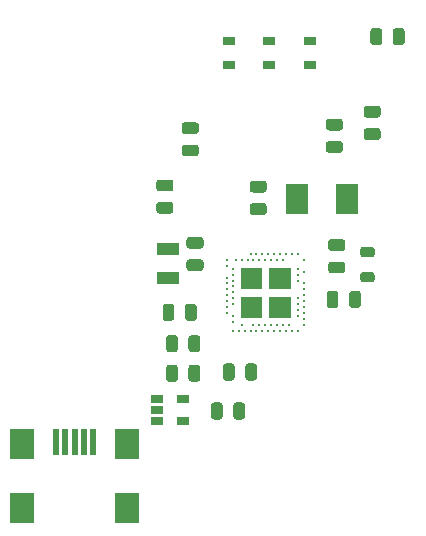
<source format=gtp>
G04 #@! TF.GenerationSoftware,KiCad,Pcbnew,5.1.7-a382d34a8~88~ubuntu18.04.1*
G04 #@! TF.CreationDate,2022-03-10T15:26:47+05:30*
G04 #@! TF.ProjectId,nrf52840_Dev_v1,6e726635-3238-4343-905f-4465765f7631,rev?*
G04 #@! TF.SameCoordinates,Original*
G04 #@! TF.FileFunction,Paste,Top*
G04 #@! TF.FilePolarity,Positive*
%FSLAX46Y46*%
G04 Gerber Fmt 4.6, Leading zero omitted, Abs format (unit mm)*
G04 Created by KiCad (PCBNEW 5.1.7-a382d34a8~88~ubuntu18.04.1) date 2022-03-10 15:26:47*
%MOMM*%
%LPD*%
G01*
G04 APERTURE LIST*
%ADD10C,0.010000*%
%ADD11C,0.200000*%
%ADD12R,1.000000X0.800000*%
%ADD13R,2.000000X2.500000*%
%ADD14R,0.500000X2.300000*%
%ADD15R,1.905000X1.092200*%
%ADD16R,1.900000X2.600000*%
%ADD17R,1.060000X0.650000*%
G04 APERTURE END LIST*
D10*
G36*
X106305000Y-70675000D02*
G01*
X108025000Y-70675000D01*
X108025000Y-72395000D01*
X106305000Y-72395000D01*
X106305000Y-70675000D01*
G37*
X106305000Y-70675000D02*
X108025000Y-70675000D01*
X108025000Y-72395000D01*
X106305000Y-72395000D01*
X106305000Y-70675000D01*
G36*
X103875000Y-70675000D02*
G01*
X105595000Y-70675000D01*
X105595000Y-72395000D01*
X103875000Y-72395000D01*
X103875000Y-70675000D01*
G37*
X103875000Y-70675000D02*
X105595000Y-70675000D01*
X105595000Y-72395000D01*
X103875000Y-72395000D01*
X103875000Y-70675000D01*
G36*
X106305000Y-73105000D02*
G01*
X108025000Y-73105000D01*
X108025000Y-74825000D01*
X106305000Y-74825000D01*
X106305000Y-73105000D01*
G37*
X106305000Y-73105000D02*
X108025000Y-73105000D01*
X108025000Y-74825000D01*
X106305000Y-74825000D01*
X106305000Y-73105000D01*
G36*
X103875000Y-73105000D02*
G01*
X105595000Y-73105000D01*
X105595000Y-74825000D01*
X103875000Y-74825000D01*
X103875000Y-73105000D01*
G37*
X103875000Y-73105000D02*
X105595000Y-73105000D01*
X105595000Y-74825000D01*
X103875000Y-74825000D01*
X103875000Y-73105000D01*
D11*
X107950000Y-75500000D03*
X107450000Y-75500000D03*
X106950000Y-75500000D03*
X106450000Y-75500000D03*
X105950000Y-75500000D03*
X105450000Y-75500000D03*
X104950000Y-75500000D03*
X108700000Y-76000000D03*
X108200000Y-76000000D03*
X107700000Y-76000000D03*
X107200000Y-76000000D03*
X106700000Y-76000000D03*
X106200000Y-76000000D03*
X105700000Y-76000000D03*
X105200000Y-76000000D03*
X104700000Y-76000000D03*
X104200000Y-76000000D03*
X103950000Y-75500000D03*
X103700000Y-76000000D03*
X103200000Y-76000000D03*
X103200000Y-75250000D03*
X103200000Y-74750000D03*
X102700000Y-74500000D03*
X103200000Y-73750000D03*
X103200000Y-73250000D03*
X103200000Y-72750000D03*
X103200000Y-72250000D03*
X102700000Y-74000000D03*
X102700000Y-73500000D03*
X102700000Y-73000000D03*
X102700000Y-72500000D03*
X102700000Y-72000000D03*
X103200000Y-71750000D03*
X102700000Y-71500000D03*
X103200000Y-71250000D03*
X103200000Y-70750000D03*
X102700000Y-70500000D03*
X109200000Y-70000000D03*
X107450000Y-70000000D03*
X106950000Y-70000000D03*
X106450000Y-70000000D03*
X105950000Y-70000000D03*
X105450000Y-70000000D03*
X104950000Y-70000000D03*
X104450000Y-70000000D03*
X103950000Y-70000000D03*
X103450000Y-70000000D03*
X108700000Y-69500000D03*
X108200000Y-69500000D03*
X107700000Y-69500000D03*
X107200000Y-69500000D03*
X106700000Y-69500000D03*
X106200000Y-69500000D03*
X105700000Y-69500000D03*
X105200000Y-69500000D03*
X108700000Y-74750000D03*
X109200000Y-74500000D03*
X108700000Y-74250000D03*
X109200000Y-74000000D03*
X108700000Y-73750000D03*
X109200000Y-73500000D03*
X108700000Y-73250000D03*
X109200000Y-73000000D03*
X109200000Y-72500000D03*
X109200000Y-72000000D03*
X108700000Y-71750000D03*
X108700000Y-71250000D03*
X109200000Y-71000000D03*
X108700000Y-70750000D03*
X102700000Y-70000000D03*
X109200000Y-75500000D03*
X109200000Y-75000000D03*
X104700000Y-69500000D03*
D12*
X102900000Y-53500000D03*
X106300000Y-53500000D03*
X102900000Y-51500000D03*
X109700000Y-53500000D03*
X109700000Y-51500000D03*
X106300000Y-51500000D03*
D13*
X94250000Y-91050000D03*
X85350000Y-91050000D03*
X94250000Y-85550000D03*
X85350000Y-85550000D03*
D14*
X91400000Y-85450000D03*
X90600000Y-85450000D03*
X89800000Y-85450000D03*
X89000000Y-85450000D03*
X88200000Y-85450000D03*
D15*
X97700000Y-71519200D03*
X97700000Y-69080800D03*
D16*
X108600000Y-64850000D03*
X112900000Y-64850000D03*
G36*
G01*
X114218750Y-71025000D02*
X114981250Y-71025000D01*
G75*
G02*
X115200000Y-71243750I0J-218750D01*
G01*
X115200000Y-71681250D01*
G75*
G02*
X114981250Y-71900000I-218750J0D01*
G01*
X114218750Y-71900000D01*
G75*
G02*
X114000000Y-71681250I0J218750D01*
G01*
X114000000Y-71243750D01*
G75*
G02*
X114218750Y-71025000I218750J0D01*
G01*
G37*
G36*
G01*
X114218750Y-68900000D02*
X114981250Y-68900000D01*
G75*
G02*
X115200000Y-69118750I0J-218750D01*
G01*
X115200000Y-69556250D01*
G75*
G02*
X114981250Y-69775000I-218750J0D01*
G01*
X114218750Y-69775000D01*
G75*
G02*
X114000000Y-69556250I0J218750D01*
G01*
X114000000Y-69118750D01*
G75*
G02*
X114218750Y-68900000I218750J0D01*
G01*
G37*
G36*
G01*
X99150000Y-74925000D02*
X99150000Y-73975000D01*
G75*
G02*
X99400000Y-73725000I250000J0D01*
G01*
X99900000Y-73725000D01*
G75*
G02*
X100150000Y-73975000I0J-250000D01*
G01*
X100150000Y-74925000D01*
G75*
G02*
X99900000Y-75175000I-250000J0D01*
G01*
X99400000Y-75175000D01*
G75*
G02*
X99150000Y-74925000I0J250000D01*
G01*
G37*
G36*
G01*
X97250000Y-74925000D02*
X97250000Y-73975000D01*
G75*
G02*
X97500000Y-73725000I250000J0D01*
G01*
X98000000Y-73725000D01*
G75*
G02*
X98250000Y-73975000I0J-250000D01*
G01*
X98250000Y-74925000D01*
G75*
G02*
X98000000Y-75175000I-250000J0D01*
G01*
X97500000Y-75175000D01*
G75*
G02*
X97250000Y-74925000I0J250000D01*
G01*
G37*
G36*
G01*
X96975000Y-65100000D02*
X97925000Y-65100000D01*
G75*
G02*
X98175000Y-65350000I0J-250000D01*
G01*
X98175000Y-65850000D01*
G75*
G02*
X97925000Y-66100000I-250000J0D01*
G01*
X96975000Y-66100000D01*
G75*
G02*
X96725000Y-65850000I0J250000D01*
G01*
X96725000Y-65350000D01*
G75*
G02*
X96975000Y-65100000I250000J0D01*
G01*
G37*
G36*
G01*
X96975000Y-63200000D02*
X97925000Y-63200000D01*
G75*
G02*
X98175000Y-63450000I0J-250000D01*
G01*
X98175000Y-63950000D01*
G75*
G02*
X97925000Y-64200000I-250000J0D01*
G01*
X96975000Y-64200000D01*
G75*
G02*
X96725000Y-63950000I0J250000D01*
G01*
X96725000Y-63450000D01*
G75*
G02*
X96975000Y-63200000I250000J0D01*
G01*
G37*
G36*
G01*
X99125000Y-60250000D02*
X100075000Y-60250000D01*
G75*
G02*
X100325000Y-60500000I0J-250000D01*
G01*
X100325000Y-61000000D01*
G75*
G02*
X100075000Y-61250000I-250000J0D01*
G01*
X99125000Y-61250000D01*
G75*
G02*
X98875000Y-61000000I0J250000D01*
G01*
X98875000Y-60500000D01*
G75*
G02*
X99125000Y-60250000I250000J0D01*
G01*
G37*
G36*
G01*
X99125000Y-58350000D02*
X100075000Y-58350000D01*
G75*
G02*
X100325000Y-58600000I0J-250000D01*
G01*
X100325000Y-59100000D01*
G75*
G02*
X100075000Y-59350000I-250000J0D01*
G01*
X99125000Y-59350000D01*
G75*
G02*
X98875000Y-59100000I0J250000D01*
G01*
X98875000Y-58600000D01*
G75*
G02*
X99125000Y-58350000I250000J0D01*
G01*
G37*
G36*
G01*
X98550000Y-76625000D02*
X98550000Y-77575000D01*
G75*
G02*
X98300000Y-77825000I-250000J0D01*
G01*
X97800000Y-77825000D01*
G75*
G02*
X97550000Y-77575000I0J250000D01*
G01*
X97550000Y-76625000D01*
G75*
G02*
X97800000Y-76375000I250000J0D01*
G01*
X98300000Y-76375000D01*
G75*
G02*
X98550000Y-76625000I0J-250000D01*
G01*
G37*
G36*
G01*
X100450000Y-76625000D02*
X100450000Y-77575000D01*
G75*
G02*
X100200000Y-77825000I-250000J0D01*
G01*
X99700000Y-77825000D01*
G75*
G02*
X99450000Y-77575000I0J250000D01*
G01*
X99450000Y-76625000D01*
G75*
G02*
X99700000Y-76375000I250000J0D01*
G01*
X100200000Y-76375000D01*
G75*
G02*
X100450000Y-76625000I0J-250000D01*
G01*
G37*
G36*
G01*
X104875000Y-65200000D02*
X105825000Y-65200000D01*
G75*
G02*
X106075000Y-65450000I0J-250000D01*
G01*
X106075000Y-65950000D01*
G75*
G02*
X105825000Y-66200000I-250000J0D01*
G01*
X104875000Y-66200000D01*
G75*
G02*
X104625000Y-65950000I0J250000D01*
G01*
X104625000Y-65450000D01*
G75*
G02*
X104875000Y-65200000I250000J0D01*
G01*
G37*
G36*
G01*
X104875000Y-63300000D02*
X105825000Y-63300000D01*
G75*
G02*
X106075000Y-63550000I0J-250000D01*
G01*
X106075000Y-64050000D01*
G75*
G02*
X105825000Y-64300000I-250000J0D01*
G01*
X104875000Y-64300000D01*
G75*
G02*
X104625000Y-64050000I0J250000D01*
G01*
X104625000Y-63550000D01*
G75*
G02*
X104875000Y-63300000I250000J0D01*
G01*
G37*
G36*
G01*
X104250000Y-79975000D02*
X104250000Y-79025000D01*
G75*
G02*
X104500000Y-78775000I250000J0D01*
G01*
X105000000Y-78775000D01*
G75*
G02*
X105250000Y-79025000I0J-250000D01*
G01*
X105250000Y-79975000D01*
G75*
G02*
X105000000Y-80225000I-250000J0D01*
G01*
X104500000Y-80225000D01*
G75*
G02*
X104250000Y-79975000I0J250000D01*
G01*
G37*
G36*
G01*
X102350000Y-79975000D02*
X102350000Y-79025000D01*
G75*
G02*
X102600000Y-78775000I250000J0D01*
G01*
X103100000Y-78775000D01*
G75*
G02*
X103350000Y-79025000I0J-250000D01*
G01*
X103350000Y-79975000D01*
G75*
G02*
X103100000Y-80225000I-250000J0D01*
G01*
X102600000Y-80225000D01*
G75*
G02*
X102350000Y-79975000I0J250000D01*
G01*
G37*
G36*
G01*
X111525000Y-70150000D02*
X112475000Y-70150000D01*
G75*
G02*
X112725000Y-70400000I0J-250000D01*
G01*
X112725000Y-70900000D01*
G75*
G02*
X112475000Y-71150000I-250000J0D01*
G01*
X111525000Y-71150000D01*
G75*
G02*
X111275000Y-70900000I0J250000D01*
G01*
X111275000Y-70400000D01*
G75*
G02*
X111525000Y-70150000I250000J0D01*
G01*
G37*
G36*
G01*
X111525000Y-68250000D02*
X112475000Y-68250000D01*
G75*
G02*
X112725000Y-68500000I0J-250000D01*
G01*
X112725000Y-69000000D01*
G75*
G02*
X112475000Y-69250000I-250000J0D01*
G01*
X111525000Y-69250000D01*
G75*
G02*
X111275000Y-69000000I0J250000D01*
G01*
X111275000Y-68500000D01*
G75*
G02*
X111525000Y-68250000I250000J0D01*
G01*
G37*
G36*
G01*
X100475000Y-69050000D02*
X99525000Y-69050000D01*
G75*
G02*
X99275000Y-68800000I0J250000D01*
G01*
X99275000Y-68300000D01*
G75*
G02*
X99525000Y-68050000I250000J0D01*
G01*
X100475000Y-68050000D01*
G75*
G02*
X100725000Y-68300000I0J-250000D01*
G01*
X100725000Y-68800000D01*
G75*
G02*
X100475000Y-69050000I-250000J0D01*
G01*
G37*
G36*
G01*
X100475000Y-70950000D02*
X99525000Y-70950000D01*
G75*
G02*
X99275000Y-70700000I0J250000D01*
G01*
X99275000Y-70200000D01*
G75*
G02*
X99525000Y-69950000I250000J0D01*
G01*
X100475000Y-69950000D01*
G75*
G02*
X100725000Y-70200000I0J-250000D01*
G01*
X100725000Y-70700000D01*
G75*
G02*
X100475000Y-70950000I-250000J0D01*
G01*
G37*
G36*
G01*
X113050000Y-73825000D02*
X113050000Y-72875000D01*
G75*
G02*
X113300000Y-72625000I250000J0D01*
G01*
X113800000Y-72625000D01*
G75*
G02*
X114050000Y-72875000I0J-250000D01*
G01*
X114050000Y-73825000D01*
G75*
G02*
X113800000Y-74075000I-250000J0D01*
G01*
X113300000Y-74075000D01*
G75*
G02*
X113050000Y-73825000I0J250000D01*
G01*
G37*
G36*
G01*
X111150000Y-73825000D02*
X111150000Y-72875000D01*
G75*
G02*
X111400000Y-72625000I250000J0D01*
G01*
X111900000Y-72625000D01*
G75*
G02*
X112150000Y-72875000I0J-250000D01*
G01*
X112150000Y-73825000D01*
G75*
G02*
X111900000Y-74075000I-250000J0D01*
G01*
X111400000Y-74075000D01*
G75*
G02*
X111150000Y-73825000I0J250000D01*
G01*
G37*
G36*
G01*
X114525000Y-58850000D02*
X115475000Y-58850000D01*
G75*
G02*
X115725000Y-59100000I0J-250000D01*
G01*
X115725000Y-59600000D01*
G75*
G02*
X115475000Y-59850000I-250000J0D01*
G01*
X114525000Y-59850000D01*
G75*
G02*
X114275000Y-59600000I0J250000D01*
G01*
X114275000Y-59100000D01*
G75*
G02*
X114525000Y-58850000I250000J0D01*
G01*
G37*
G36*
G01*
X114525000Y-56950000D02*
X115475000Y-56950000D01*
G75*
G02*
X115725000Y-57200000I0J-250000D01*
G01*
X115725000Y-57700000D01*
G75*
G02*
X115475000Y-57950000I-250000J0D01*
G01*
X114525000Y-57950000D01*
G75*
G02*
X114275000Y-57700000I0J250000D01*
G01*
X114275000Y-57200000D01*
G75*
G02*
X114525000Y-56950000I250000J0D01*
G01*
G37*
G36*
G01*
X103250000Y-83275000D02*
X103250000Y-82325000D01*
G75*
G02*
X103500000Y-82075000I250000J0D01*
G01*
X104000000Y-82075000D01*
G75*
G02*
X104250000Y-82325000I0J-250000D01*
G01*
X104250000Y-83275000D01*
G75*
G02*
X104000000Y-83525000I-250000J0D01*
G01*
X103500000Y-83525000D01*
G75*
G02*
X103250000Y-83275000I0J250000D01*
G01*
G37*
G36*
G01*
X101350000Y-83275000D02*
X101350000Y-82325000D01*
G75*
G02*
X101600000Y-82075000I250000J0D01*
G01*
X102100000Y-82075000D01*
G75*
G02*
X102350000Y-82325000I0J-250000D01*
G01*
X102350000Y-83275000D01*
G75*
G02*
X102100000Y-83525000I-250000J0D01*
G01*
X101600000Y-83525000D01*
G75*
G02*
X101350000Y-83275000I0J250000D01*
G01*
G37*
G36*
G01*
X115850000Y-50625000D02*
X115850000Y-51575000D01*
G75*
G02*
X115600000Y-51825000I-250000J0D01*
G01*
X115100000Y-51825000D01*
G75*
G02*
X114850000Y-51575000I0J250000D01*
G01*
X114850000Y-50625000D01*
G75*
G02*
X115100000Y-50375000I250000J0D01*
G01*
X115600000Y-50375000D01*
G75*
G02*
X115850000Y-50625000I0J-250000D01*
G01*
G37*
G36*
G01*
X117750000Y-50625000D02*
X117750000Y-51575000D01*
G75*
G02*
X117500000Y-51825000I-250000J0D01*
G01*
X117000000Y-51825000D01*
G75*
G02*
X116750000Y-51575000I0J250000D01*
G01*
X116750000Y-50625000D01*
G75*
G02*
X117000000Y-50375000I250000J0D01*
G01*
X117500000Y-50375000D01*
G75*
G02*
X117750000Y-50625000I0J-250000D01*
G01*
G37*
G36*
G01*
X111325000Y-59950000D02*
X112275000Y-59950000D01*
G75*
G02*
X112525000Y-60200000I0J-250000D01*
G01*
X112525000Y-60700000D01*
G75*
G02*
X112275000Y-60950000I-250000J0D01*
G01*
X111325000Y-60950000D01*
G75*
G02*
X111075000Y-60700000I0J250000D01*
G01*
X111075000Y-60200000D01*
G75*
G02*
X111325000Y-59950000I250000J0D01*
G01*
G37*
G36*
G01*
X111325000Y-58050000D02*
X112275000Y-58050000D01*
G75*
G02*
X112525000Y-58300000I0J-250000D01*
G01*
X112525000Y-58800000D01*
G75*
G02*
X112275000Y-59050000I-250000J0D01*
G01*
X111325000Y-59050000D01*
G75*
G02*
X111075000Y-58800000I0J250000D01*
G01*
X111075000Y-58300000D01*
G75*
G02*
X111325000Y-58050000I250000J0D01*
G01*
G37*
G36*
G01*
X99450000Y-80075000D02*
X99450000Y-79125000D01*
G75*
G02*
X99700000Y-78875000I250000J0D01*
G01*
X100200000Y-78875000D01*
G75*
G02*
X100450000Y-79125000I0J-250000D01*
G01*
X100450000Y-80075000D01*
G75*
G02*
X100200000Y-80325000I-250000J0D01*
G01*
X99700000Y-80325000D01*
G75*
G02*
X99450000Y-80075000I0J250000D01*
G01*
G37*
G36*
G01*
X97550000Y-80075000D02*
X97550000Y-79125000D01*
G75*
G02*
X97800000Y-78875000I250000J0D01*
G01*
X98300000Y-78875000D01*
G75*
G02*
X98550000Y-79125000I0J-250000D01*
G01*
X98550000Y-80075000D01*
G75*
G02*
X98300000Y-80325000I-250000J0D01*
G01*
X97800000Y-80325000D01*
G75*
G02*
X97550000Y-80075000I0J250000D01*
G01*
G37*
D17*
X99000000Y-81750000D03*
X99000000Y-83650000D03*
X96800000Y-83650000D03*
X96800000Y-82700000D03*
X96800000Y-81750000D03*
M02*

</source>
